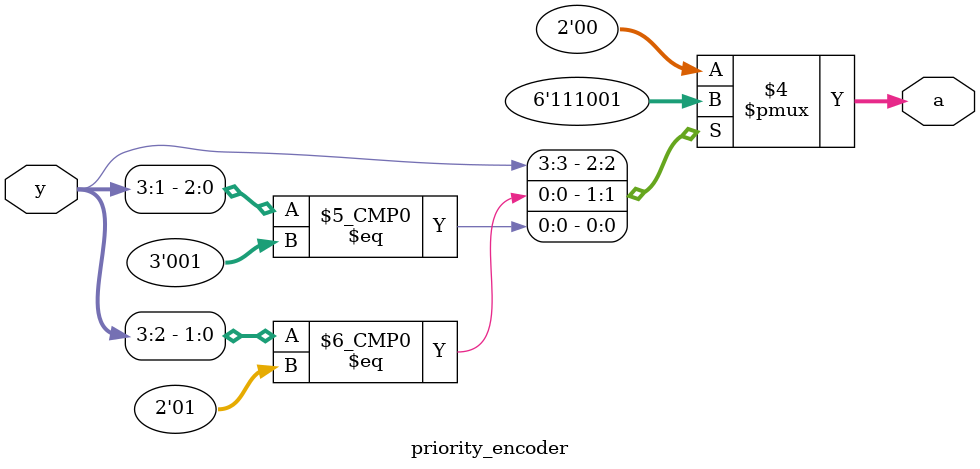
<source format=v>
`timescale 1ns / 1ps


module priority_encoder(
    input [3:0] y,
    output reg [1:0] a
    );
    
    always @ (y) begin
        casex (y)
            4'b1xxx : a = 2'b11;
            4'b01xx : a = 2'b10;
            4'b001x : a = 2'b01;
            4'b0001 : a = 2'b00;
            default : a = 2'b00;
         endcase
    end
    
endmodule

</source>
